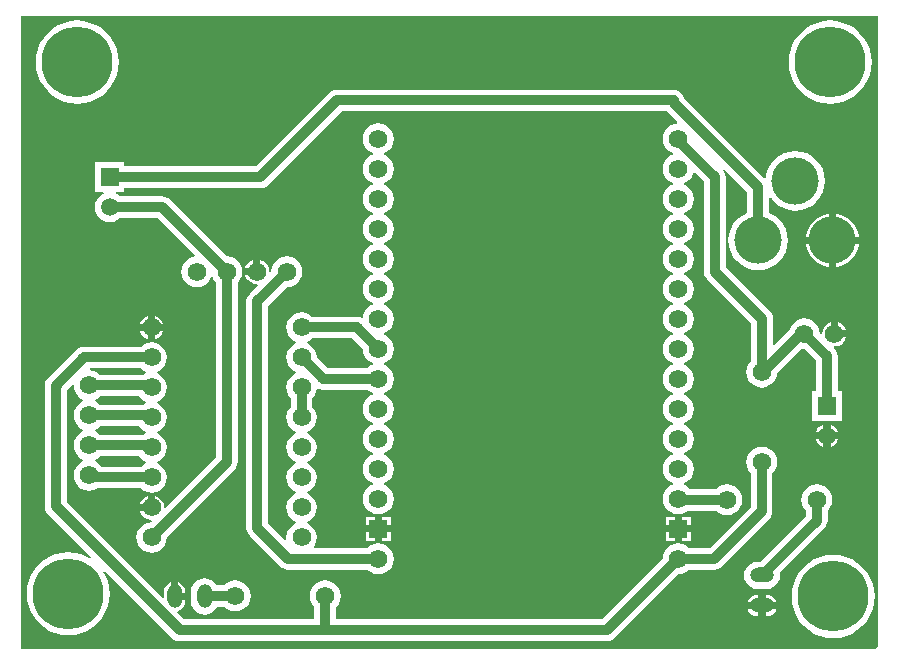
<source format=gbl>
G04 Layer_Physical_Order=2*
G04 Layer_Color=16711680*
%FSLAX24Y24*%
%MOIN*%
G70*
G01*
G75*
%ADD10C,0.0620*%
%ADD11C,0.0620*%
%ADD12O,0.0500X0.0800*%
%ADD13O,0.0800X0.0500*%
%ADD14R,0.0591X0.0591*%
%ADD15C,0.0591*%
%ADD16R,0.0620X0.0620*%
%ADD17C,0.1575*%
%ADD18C,0.2362*%
%ADD19C,0.0320*%
G36*
X14450Y12346D02*
X14372Y12267D01*
X-14093D01*
Y33369D01*
X14450D01*
Y12346D01*
D02*
G37*
%LPC*%
G36*
X-2315Y16689D02*
X-2605D01*
Y16399D01*
X-2315D01*
Y16689D01*
D02*
G37*
G36*
X-1785D02*
X-2075D01*
Y16399D01*
X-1785D01*
Y16689D01*
D02*
G37*
G36*
X7685Y16159D02*
X7395D01*
Y15869D01*
X7685D01*
Y16159D01*
D02*
G37*
G36*
X8215D02*
X7925D01*
Y15869D01*
X8215D01*
Y16159D01*
D02*
G37*
G36*
X7685Y16689D02*
X7395D01*
Y16399D01*
X7685D01*
Y16689D01*
D02*
G37*
G36*
X-9754Y22506D02*
X-9888Y22488D01*
X-10012Y22437D01*
X-10118Y22355D01*
X-10119Y22354D01*
X-12006D01*
X-12100Y22342D01*
X-12188Y22306D01*
X-12263Y22248D01*
X-13208Y21303D01*
X-13266Y21228D01*
X-13302Y21140D01*
X-13314Y21046D01*
Y17031D01*
X-13302Y16937D01*
X-13266Y16849D01*
X-13208Y16774D01*
X-11765Y15331D01*
X-11796Y15291D01*
X-11901Y15355D01*
X-12102Y15439D01*
X-12313Y15489D01*
X-12530Y15506D01*
X-12747Y15489D01*
X-12958Y15439D01*
X-13159Y15355D01*
X-13344Y15242D01*
X-13510Y15101D01*
X-13651Y14935D01*
X-13764Y14750D01*
X-13848Y14549D01*
X-13898Y14338D01*
X-13915Y14121D01*
X-13898Y13904D01*
X-13848Y13693D01*
X-13764Y13492D01*
X-13651Y13307D01*
X-13510Y13141D01*
X-13344Y13000D01*
X-13159Y12887D01*
X-12958Y12804D01*
X-12747Y12753D01*
X-12530Y12736D01*
X-12313Y12753D01*
X-12102Y12804D01*
X-11901Y12887D01*
X-11716Y13000D01*
X-11550Y13141D01*
X-11409Y13307D01*
X-11296Y13492D01*
X-11213Y13693D01*
X-11162Y13904D01*
X-11145Y14121D01*
X-11162Y14338D01*
X-11213Y14549D01*
X-11296Y14750D01*
X-11360Y14855D01*
X-11320Y14886D01*
X-9074Y12640D01*
X-8999Y12582D01*
X-8911Y12546D01*
X-8817Y12534D01*
X5423D01*
X5517Y12546D01*
X5604Y12582D01*
X5679Y12640D01*
X7804Y14764D01*
X7805Y14764D01*
X7938Y14782D01*
X8062Y14833D01*
X8168Y14915D01*
X8169Y14915D01*
X8997D01*
X9091Y14928D01*
X9179Y14964D01*
X9254Y15022D01*
X10837Y16604D01*
X10894Y16679D01*
X10931Y16767D01*
X10943Y16861D01*
X10943Y16861D01*
Y18139D01*
X10944Y18139D01*
X11025Y18246D01*
X11077Y18370D01*
X11094Y18503D01*
X11077Y18636D01*
X11025Y18760D01*
X10944Y18867D01*
X10837Y18948D01*
X10713Y19000D01*
X10580Y19017D01*
X10447Y19000D01*
X10323Y18948D01*
X10216Y18867D01*
X10134Y18760D01*
X10083Y18636D01*
X10065Y18503D01*
X10083Y18370D01*
X10134Y18246D01*
X10216Y18139D01*
X10217Y18139D01*
Y17011D01*
X8847Y15642D01*
X8169D01*
X8168Y15642D01*
X8062Y15724D01*
X7938Y15775D01*
X7805Y15793D01*
X7671Y15775D01*
X7547Y15724D01*
X7441Y15642D01*
X7359Y15536D01*
X7308Y15412D01*
X7290Y15279D01*
X7290Y15278D01*
X5272Y13260D01*
X-3604D01*
Y13678D01*
X-3603Y13679D01*
X-3522Y13785D01*
X-3470Y13910D01*
X-3453Y14043D01*
X-3470Y14176D01*
X-3522Y14300D01*
X-3603Y14406D01*
X-3710Y14488D01*
X-3834Y14540D01*
X-3967Y14557D01*
X-4100Y14540D01*
X-4224Y14488D01*
X-4331Y14406D01*
X-4413Y14300D01*
X-4464Y14176D01*
X-4481Y14043D01*
X-4464Y13910D01*
X-4413Y13785D01*
X-4331Y13679D01*
X-4330Y13678D01*
Y13260D01*
X-8667D01*
X-8893Y13485D01*
X-8876Y13540D01*
X-8810Y13567D01*
X-8737Y13623D01*
X-8681Y13696D01*
X-8646Y13781D01*
X-8634Y13873D01*
Y13903D01*
X-8987D01*
Y14023D01*
X-9107D01*
Y14502D01*
X-9163Y14478D01*
X-9236Y14422D01*
X-9293Y14349D01*
X-9328Y14264D01*
X-9340Y14173D01*
Y13998D01*
X-9386Y13979D01*
X-12588Y17181D01*
Y20896D01*
X-12400Y21084D01*
X-12355Y21062D01*
X-12356Y21058D01*
X-12338Y20925D01*
X-12287Y20801D01*
X-12205Y20694D01*
X-12098Y20613D01*
X-12032Y20585D01*
Y20531D01*
X-12098Y20504D01*
X-12205Y20422D01*
X-12287Y20315D01*
X-12338Y20191D01*
X-12356Y20058D01*
X-12338Y19925D01*
X-12287Y19801D01*
X-12205Y19694D01*
X-12098Y19613D01*
X-12032Y19585D01*
Y19531D01*
X-12098Y19504D01*
X-12205Y19422D01*
X-12287Y19315D01*
X-12338Y19191D01*
X-12356Y19058D01*
X-12338Y18925D01*
X-12287Y18801D01*
X-12205Y18694D01*
X-12098Y18613D01*
X-12032Y18585D01*
Y18531D01*
X-12098Y18504D01*
X-12205Y18422D01*
X-12287Y18315D01*
X-12338Y18191D01*
X-12356Y18058D01*
X-12338Y17925D01*
X-12287Y17801D01*
X-12205Y17694D01*
X-12098Y17613D01*
X-11974Y17561D01*
X-11841Y17544D01*
X-11708Y17561D01*
X-11584Y17613D01*
X-11564Y17628D01*
X-10119D01*
X-10118Y17627D01*
X-10012Y17546D01*
X-9888Y17494D01*
X-9754Y17477D01*
X-9621Y17494D01*
X-9497Y17546D01*
X-9391Y17627D01*
X-9309Y17734D01*
X-9258Y17858D01*
X-9240Y17991D01*
X-9258Y18124D01*
X-9309Y18248D01*
X-9391Y18355D01*
X-9497Y18437D01*
X-9563Y18464D01*
Y18518D01*
X-9497Y18546D01*
X-9391Y18627D01*
X-9309Y18734D01*
X-9258Y18858D01*
X-9240Y18991D01*
X-9258Y19124D01*
X-9309Y19248D01*
X-9391Y19355D01*
X-9497Y19437D01*
X-9563Y19464D01*
Y19518D01*
X-9497Y19546D01*
X-9391Y19627D01*
X-9309Y19734D01*
X-9258Y19858D01*
X-9240Y19991D01*
X-9258Y20124D01*
X-9309Y20248D01*
X-9391Y20355D01*
X-9497Y20437D01*
X-9563Y20464D01*
Y20518D01*
X-9497Y20546D01*
X-9391Y20627D01*
X-9309Y20734D01*
X-9258Y20858D01*
X-9240Y20991D01*
X-9258Y21124D01*
X-9309Y21248D01*
X-9391Y21355D01*
X-9497Y21437D01*
X-9563Y21464D01*
Y21518D01*
X-9497Y21546D01*
X-9391Y21627D01*
X-9309Y21734D01*
X-9258Y21858D01*
X-9240Y21991D01*
X-9258Y22124D01*
X-9309Y22248D01*
X-9391Y22355D01*
X-9497Y22437D01*
X-9621Y22488D01*
X-9754Y22506D01*
D02*
G37*
G36*
X12637Y19257D02*
X12379D01*
X12412Y19178D01*
X12475Y19095D01*
X12558Y19032D01*
X12637Y18999D01*
Y19257D01*
D02*
G37*
G36*
X8215Y16689D02*
X7925D01*
Y16399D01*
X8215D01*
Y16689D01*
D02*
G37*
G36*
X-9874Y17385D02*
X-9961Y17349D01*
X-10047Y17284D01*
X-10113Y17198D01*
X-10149Y17111D01*
X-9874D01*
Y17385D01*
D02*
G37*
G36*
X-1785Y16159D02*
X-2075D01*
Y15869D01*
X-1785D01*
Y16159D01*
D02*
G37*
G36*
X11071Y13603D02*
X10712D01*
Y13370D01*
X10742D01*
X10833Y13382D01*
X10918Y13418D01*
X10992Y13474D01*
X11048Y13547D01*
X11071Y13603D01*
D02*
G37*
G36*
X-7987Y14627D02*
X-8104Y14611D01*
X-8214Y14566D01*
X-8308Y14494D01*
X-8380Y14400D01*
X-8425Y14290D01*
X-8441Y14173D01*
Y13873D01*
X-8425Y13755D01*
X-8380Y13646D01*
X-8308Y13552D01*
X-8214Y13480D01*
X-8104Y13434D01*
X-7987Y13419D01*
X-7869Y13434D01*
X-7760Y13480D01*
X-7666Y13552D01*
X-7594Y13646D01*
X-7580Y13680D01*
X-7331D01*
X-7331Y13679D01*
X-7224Y13597D01*
X-7100Y13546D01*
X-6967Y13528D01*
X-6834Y13546D01*
X-6710Y13597D01*
X-6603Y13679D01*
X-6522Y13785D01*
X-6470Y13910D01*
X-6453Y14043D01*
X-6470Y14176D01*
X-6522Y14300D01*
X-6603Y14406D01*
X-6710Y14488D01*
X-6834Y14540D01*
X-6967Y14557D01*
X-7100Y14540D01*
X-7224Y14488D01*
X-7331Y14406D01*
X-7331Y14406D01*
X-7598D01*
X-7666Y14494D01*
X-7760Y14566D01*
X-7869Y14611D01*
X-7987Y14627D01*
D02*
G37*
G36*
X12962Y15408D02*
X12745Y15391D01*
X12534Y15340D01*
X12333Y15257D01*
X12148Y15143D01*
X11982Y15002D01*
X11841Y14837D01*
X11728Y14652D01*
X11644Y14451D01*
X11594Y14239D01*
X11577Y14023D01*
X11594Y13806D01*
X11644Y13595D01*
X11728Y13394D01*
X11841Y13208D01*
X11982Y13043D01*
X12148Y12902D01*
X12333Y12788D01*
X12534Y12705D01*
X12745Y12654D01*
X12962Y12637D01*
X13179Y12654D01*
X13390Y12705D01*
X13591Y12788D01*
X13776Y12902D01*
X13942Y13043D01*
X14083Y13208D01*
X14196Y13394D01*
X14280Y13595D01*
X14330Y13806D01*
X14347Y14023D01*
X14330Y14239D01*
X14280Y14451D01*
X14196Y14652D01*
X14083Y14837D01*
X13942Y15002D01*
X13776Y15143D01*
X13591Y15257D01*
X13390Y15340D01*
X13179Y15391D01*
X12962Y15408D01*
D02*
G37*
G36*
X10472Y13603D02*
X10113D01*
X10136Y13547D01*
X10192Y13474D01*
X10265Y13418D01*
X10351Y13382D01*
X10442Y13370D01*
X10472D01*
Y13603D01*
D02*
G37*
G36*
Y14076D02*
X10442D01*
X10351Y14064D01*
X10265Y14029D01*
X10192Y13973D01*
X10136Y13900D01*
X10113Y13843D01*
X10472D01*
Y14076D01*
D02*
G37*
G36*
X12419Y17765D02*
X12286Y17748D01*
X12162Y17696D01*
X12055Y17614D01*
X11973Y17508D01*
X11922Y17384D01*
X11904Y17251D01*
X11922Y17118D01*
X11973Y16994D01*
X12055Y16887D01*
X12056Y16886D01*
Y16701D01*
X10532Y15177D01*
X10442D01*
X10324Y15162D01*
X10215Y15117D01*
X10121Y15044D01*
X10049Y14950D01*
X10004Y14841D01*
X9988Y14723D01*
X10004Y14606D01*
X10049Y14497D01*
X10121Y14403D01*
X10215Y14330D01*
X10324Y14285D01*
X10442Y14270D01*
X10742D01*
X10859Y14285D01*
X10969Y14330D01*
X11063Y14403D01*
X11135Y14497D01*
X11180Y14606D01*
X11196Y14723D01*
X11185Y14803D01*
X12675Y16293D01*
X12733Y16369D01*
X12769Y16456D01*
X12782Y16550D01*
X12782Y16550D01*
Y16886D01*
X12782Y16887D01*
X12864Y16994D01*
X12916Y17118D01*
X12933Y17251D01*
X12916Y17384D01*
X12864Y17508D01*
X12782Y17614D01*
X12676Y17696D01*
X12552Y17748D01*
X12419Y17765D01*
D02*
G37*
G36*
X-2315Y16159D02*
X-2605D01*
Y15869D01*
X-2315D01*
Y16159D01*
D02*
G37*
G36*
X10742Y14076D02*
X10712D01*
Y13843D01*
X11071D01*
X11048Y13900D01*
X10992Y13973D01*
X10918Y14029D01*
X10833Y14064D01*
X10742Y14076D01*
D02*
G37*
G36*
X-8867Y14502D02*
Y14143D01*
X-8634D01*
Y14173D01*
X-8646Y14264D01*
X-8681Y14349D01*
X-8737Y14422D01*
X-8810Y14478D01*
X-8867Y14502D01*
D02*
G37*
G36*
X13135Y19257D02*
X12877D01*
Y18999D01*
X12957Y19032D01*
X13039Y19095D01*
X13103Y19178D01*
X13135Y19257D01*
D02*
G37*
G36*
X12822Y25773D02*
X12062D01*
X12068Y25719D01*
X12119Y25552D01*
X12201Y25397D01*
X12312Y25262D01*
X12447Y25151D01*
X12601Y25069D01*
X12768Y25018D01*
X12822Y25013D01*
Y25773D01*
D02*
G37*
G36*
X13822D02*
X13062D01*
Y25013D01*
X13116Y25018D01*
X13284Y25069D01*
X13438Y25151D01*
X13573Y25262D01*
X13684Y25397D01*
X13766Y25552D01*
X13817Y25719D01*
X13822Y25773D01*
D02*
G37*
G36*
X-6367Y25244D02*
X-6453Y25208D01*
X-6539Y25142D01*
X-6605Y25056D01*
X-6641Y24969D01*
X-6367D01*
Y25244D01*
D02*
G37*
G36*
X-9634Y23385D02*
Y23111D01*
X-9360D01*
X-9396Y23198D01*
X-9462Y23284D01*
X-9548Y23349D01*
X-9634Y23385D01*
D02*
G37*
G36*
X-2195Y29793D02*
X-2329Y29775D01*
X-2453Y29724D01*
X-2559Y29642D01*
X-2641Y29536D01*
X-2692Y29412D01*
X-2710Y29279D01*
X-2692Y29145D01*
X-2641Y29021D01*
X-2559Y28915D01*
X-2453Y28833D01*
X-2386Y28806D01*
Y28752D01*
X-2453Y28724D01*
X-2559Y28642D01*
X-2641Y28536D01*
X-2692Y28412D01*
X-2710Y28279D01*
X-2692Y28145D01*
X-2641Y28021D01*
X-2559Y27915D01*
X-2453Y27833D01*
X-2386Y27806D01*
Y27752D01*
X-2453Y27724D01*
X-2559Y27642D01*
X-2641Y27536D01*
X-2692Y27412D01*
X-2710Y27279D01*
X-2692Y27145D01*
X-2641Y27021D01*
X-2559Y26915D01*
X-2453Y26833D01*
X-2386Y26806D01*
Y26752D01*
X-2453Y26724D01*
X-2559Y26642D01*
X-2641Y26536D01*
X-2692Y26412D01*
X-2710Y26279D01*
X-2692Y26145D01*
X-2641Y26021D01*
X-2559Y25915D01*
X-2453Y25833D01*
X-2386Y25806D01*
Y25752D01*
X-2453Y25724D01*
X-2559Y25642D01*
X-2641Y25536D01*
X-2692Y25412D01*
X-2710Y25279D01*
X-2692Y25145D01*
X-2641Y25021D01*
X-2559Y24915D01*
X-2453Y24833D01*
X-2386Y24806D01*
Y24752D01*
X-2453Y24724D01*
X-2559Y24642D01*
X-2641Y24536D01*
X-2692Y24412D01*
X-2710Y24279D01*
X-2692Y24145D01*
X-2641Y24021D01*
X-2559Y23915D01*
X-2453Y23833D01*
X-2386Y23806D01*
Y23752D01*
X-2453Y23724D01*
X-2559Y23642D01*
X-2641Y23536D01*
X-2692Y23412D01*
X-2701Y23346D01*
X-2755Y23318D01*
X-2814Y23342D01*
X-2908Y23354D01*
X-4390D01*
X-4391Y23355D01*
X-4497Y23437D01*
X-4621Y23488D01*
X-4754Y23506D01*
X-4888Y23488D01*
X-5012Y23437D01*
X-5118Y23355D01*
X-5200Y23248D01*
X-5251Y23124D01*
X-5269Y22991D01*
X-5251Y22858D01*
X-5200Y22734D01*
X-5118Y22627D01*
X-5012Y22546D01*
X-4946Y22518D01*
Y22464D01*
X-5012Y22437D01*
X-5118Y22355D01*
X-5200Y22248D01*
X-5251Y22124D01*
X-5269Y21991D01*
X-5251Y21858D01*
X-5200Y21734D01*
X-5118Y21627D01*
X-5012Y21546D01*
X-4946Y21518D01*
Y21464D01*
X-5012Y21437D01*
X-5118Y21355D01*
X-5200Y21248D01*
X-5251Y21124D01*
X-5269Y20991D01*
X-5251Y20858D01*
X-5200Y20734D01*
X-5118Y20627D01*
X-5118Y20627D01*
Y20355D01*
X-5118Y20355D01*
X-5200Y20248D01*
X-5251Y20124D01*
X-5269Y19991D01*
X-5251Y19858D01*
X-5200Y19734D01*
X-5118Y19627D01*
X-5012Y19546D01*
X-4946Y19518D01*
Y19464D01*
X-5012Y19437D01*
X-5118Y19355D01*
X-5200Y19248D01*
X-5251Y19124D01*
X-5269Y18991D01*
X-5251Y18858D01*
X-5200Y18734D01*
X-5118Y18627D01*
X-5012Y18546D01*
X-4946Y18518D01*
Y18464D01*
X-5012Y18437D01*
X-5118Y18355D01*
X-5200Y18248D01*
X-5251Y18124D01*
X-5269Y17991D01*
X-5251Y17858D01*
X-5200Y17734D01*
X-5118Y17627D01*
X-5012Y17546D01*
X-4946Y17518D01*
Y17464D01*
X-5012Y17437D01*
X-5118Y17355D01*
X-5200Y17248D01*
X-5251Y17124D01*
X-5269Y16991D01*
X-5251Y16858D01*
X-5200Y16734D01*
X-5118Y16627D01*
X-5012Y16546D01*
X-4946Y16518D01*
Y16464D01*
X-5012Y16437D01*
X-5118Y16355D01*
X-5200Y16248D01*
X-5251Y16124D01*
X-5269Y15991D01*
X-5259Y15919D01*
X-5307Y15896D01*
X-5868Y16457D01*
Y23715D01*
X-5247Y24335D01*
X-5247Y24335D01*
X-5113Y24353D01*
X-4989Y24404D01*
X-4883Y24486D01*
X-4801Y24592D01*
X-4750Y24716D01*
X-4732Y24849D01*
X-4750Y24983D01*
X-4801Y25107D01*
X-4883Y25213D01*
X-4989Y25295D01*
X-5113Y25346D01*
X-5247Y25364D01*
X-5380Y25346D01*
X-5504Y25295D01*
X-5610Y25213D01*
X-5692Y25107D01*
X-5744Y24983D01*
X-5760Y24857D01*
X-5784Y24841D01*
X-5799Y24843D01*
X-5835Y24863D01*
X-5847Y24956D01*
X-5888Y25056D01*
X-5954Y25142D01*
X-6040Y25208D01*
X-6127Y25244D01*
Y24849D01*
X-6247D01*
Y24729D01*
X-6641D01*
X-6605Y24643D01*
X-6539Y24557D01*
X-6453Y24491D01*
X-6354Y24450D01*
X-6247Y24436D01*
X-6240Y24437D01*
X-6218Y24392D01*
X-6488Y24122D01*
X-6545Y24047D01*
X-6582Y23959D01*
X-6594Y23865D01*
Y16306D01*
X-6582Y16212D01*
X-6545Y16125D01*
X-6488Y16050D01*
X-5460Y15022D01*
X-5385Y14964D01*
X-5297Y14928D01*
X-5203Y14915D01*
X-5203Y14915D01*
X-2560D01*
X-2559Y14915D01*
X-2453Y14833D01*
X-2329Y14782D01*
X-2195Y14764D01*
X-2062Y14782D01*
X-1938Y14833D01*
X-1832Y14915D01*
X-1750Y15021D01*
X-1699Y15145D01*
X-1681Y15279D01*
X-1699Y15412D01*
X-1750Y15536D01*
X-1832Y15642D01*
X-1938Y15724D01*
X-2062Y15775D01*
X-2195Y15793D01*
X-2329Y15775D01*
X-2453Y15724D01*
X-2559Y15642D01*
X-2560Y15642D01*
X-4323D01*
X-4345Y15687D01*
X-4309Y15734D01*
X-4258Y15858D01*
X-4240Y15991D01*
X-4258Y16124D01*
X-4309Y16248D01*
X-4391Y16355D01*
X-4497Y16437D01*
X-4563Y16464D01*
Y16518D01*
X-4497Y16546D01*
X-4391Y16627D01*
X-4309Y16734D01*
X-4258Y16858D01*
X-4240Y16991D01*
X-4258Y17124D01*
X-4309Y17248D01*
X-4391Y17355D01*
X-4497Y17437D01*
X-4563Y17464D01*
Y17518D01*
X-4497Y17546D01*
X-4391Y17627D01*
X-4309Y17734D01*
X-4258Y17858D01*
X-4240Y17991D01*
X-4258Y18124D01*
X-4309Y18248D01*
X-4391Y18355D01*
X-4497Y18437D01*
X-4563Y18464D01*
Y18518D01*
X-4497Y18546D01*
X-4391Y18627D01*
X-4309Y18734D01*
X-4258Y18858D01*
X-4240Y18991D01*
X-4258Y19124D01*
X-4309Y19248D01*
X-4391Y19355D01*
X-4497Y19437D01*
X-4563Y19464D01*
Y19518D01*
X-4497Y19546D01*
X-4391Y19627D01*
X-4309Y19734D01*
X-4258Y19858D01*
X-4240Y19991D01*
X-4258Y20124D01*
X-4309Y20248D01*
X-4391Y20355D01*
X-4391Y20355D01*
Y20627D01*
X-4391Y20627D01*
X-4309Y20734D01*
X-4258Y20858D01*
X-4249Y20924D01*
X-4199Y20953D01*
X-4195Y20952D01*
X-4136Y20928D01*
X-4042Y20915D01*
X-4042Y20915D01*
X-2560D01*
X-2559Y20915D01*
X-2453Y20833D01*
X-2386Y20806D01*
Y20752D01*
X-2453Y20724D01*
X-2559Y20642D01*
X-2641Y20536D01*
X-2692Y20412D01*
X-2710Y20279D01*
X-2692Y20145D01*
X-2641Y20021D01*
X-2559Y19915D01*
X-2453Y19833D01*
X-2386Y19806D01*
Y19752D01*
X-2453Y19724D01*
X-2559Y19642D01*
X-2641Y19536D01*
X-2692Y19412D01*
X-2710Y19279D01*
X-2692Y19145D01*
X-2641Y19021D01*
X-2559Y18915D01*
X-2453Y18833D01*
X-2386Y18806D01*
Y18752D01*
X-2453Y18724D01*
X-2559Y18642D01*
X-2641Y18536D01*
X-2692Y18412D01*
X-2710Y18279D01*
X-2692Y18145D01*
X-2641Y18021D01*
X-2559Y17915D01*
X-2453Y17833D01*
X-2386Y17806D01*
Y17752D01*
X-2453Y17724D01*
X-2559Y17642D01*
X-2641Y17536D01*
X-2692Y17412D01*
X-2710Y17279D01*
X-2692Y17145D01*
X-2641Y17021D01*
X-2559Y16915D01*
X-2453Y16833D01*
X-2329Y16782D01*
X-2195Y16764D01*
X-2062Y16782D01*
X-1938Y16833D01*
X-1832Y16915D01*
X-1750Y17021D01*
X-1699Y17145D01*
X-1681Y17279D01*
X-1699Y17412D01*
X-1750Y17536D01*
X-1832Y17642D01*
X-1938Y17724D01*
X-2004Y17752D01*
Y17806D01*
X-1938Y17833D01*
X-1832Y17915D01*
X-1750Y18021D01*
X-1699Y18145D01*
X-1681Y18279D01*
X-1699Y18412D01*
X-1750Y18536D01*
X-1832Y18642D01*
X-1938Y18724D01*
X-2004Y18752D01*
Y18806D01*
X-1938Y18833D01*
X-1832Y18915D01*
X-1750Y19021D01*
X-1699Y19145D01*
X-1681Y19279D01*
X-1699Y19412D01*
X-1750Y19536D01*
X-1832Y19642D01*
X-1938Y19724D01*
X-2004Y19752D01*
Y19806D01*
X-1938Y19833D01*
X-1832Y19915D01*
X-1750Y20021D01*
X-1699Y20145D01*
X-1681Y20279D01*
X-1699Y20412D01*
X-1750Y20536D01*
X-1832Y20642D01*
X-1938Y20724D01*
X-2004Y20752D01*
Y20806D01*
X-1938Y20833D01*
X-1832Y20915D01*
X-1750Y21021D01*
X-1699Y21145D01*
X-1681Y21279D01*
X-1699Y21412D01*
X-1750Y21536D01*
X-1832Y21642D01*
X-1938Y21724D01*
X-2004Y21752D01*
Y21806D01*
X-1938Y21833D01*
X-1832Y21915D01*
X-1750Y22021D01*
X-1699Y22145D01*
X-1681Y22279D01*
X-1699Y22412D01*
X-1750Y22536D01*
X-1832Y22642D01*
X-1938Y22724D01*
X-2004Y22752D01*
Y22806D01*
X-1938Y22833D01*
X-1832Y22915D01*
X-1750Y23021D01*
X-1699Y23145D01*
X-1681Y23279D01*
X-1699Y23412D01*
X-1750Y23536D01*
X-1832Y23642D01*
X-1938Y23724D01*
X-2004Y23752D01*
Y23806D01*
X-1938Y23833D01*
X-1832Y23915D01*
X-1750Y24021D01*
X-1699Y24145D01*
X-1681Y24279D01*
X-1699Y24412D01*
X-1750Y24536D01*
X-1832Y24642D01*
X-1938Y24724D01*
X-2004Y24752D01*
Y24806D01*
X-1938Y24833D01*
X-1832Y24915D01*
X-1750Y25021D01*
X-1699Y25145D01*
X-1681Y25279D01*
X-1699Y25412D01*
X-1750Y25536D01*
X-1832Y25642D01*
X-1938Y25724D01*
X-2004Y25752D01*
Y25806D01*
X-1938Y25833D01*
X-1832Y25915D01*
X-1750Y26021D01*
X-1699Y26145D01*
X-1681Y26279D01*
X-1699Y26412D01*
X-1750Y26536D01*
X-1832Y26642D01*
X-1938Y26724D01*
X-2004Y26752D01*
Y26806D01*
X-1938Y26833D01*
X-1832Y26915D01*
X-1750Y27021D01*
X-1699Y27145D01*
X-1681Y27279D01*
X-1699Y27412D01*
X-1750Y27536D01*
X-1832Y27642D01*
X-1938Y27724D01*
X-2004Y27752D01*
Y27806D01*
X-1938Y27833D01*
X-1832Y27915D01*
X-1750Y28021D01*
X-1699Y28145D01*
X-1681Y28279D01*
X-1699Y28412D01*
X-1750Y28536D01*
X-1832Y28642D01*
X-1938Y28724D01*
X-2004Y28752D01*
Y28806D01*
X-1938Y28833D01*
X-1832Y28915D01*
X-1750Y29021D01*
X-1699Y29145D01*
X-1681Y29279D01*
X-1699Y29412D01*
X-1750Y29536D01*
X-1832Y29642D01*
X-1938Y29724D01*
X-2062Y29775D01*
X-2195Y29793D01*
D02*
G37*
G36*
X-12235Y33223D02*
X-12452Y33206D01*
X-12663Y33155D01*
X-12864Y33072D01*
X-13049Y32958D01*
X-13214Y32817D01*
X-13356Y32652D01*
X-13469Y32467D01*
X-13552Y32266D01*
X-13603Y32054D01*
X-13620Y31838D01*
X-13603Y31621D01*
X-13552Y31410D01*
X-13469Y31209D01*
X-13356Y31023D01*
X-13214Y30858D01*
X-13049Y30717D01*
X-12864Y30603D01*
X-12663Y30520D01*
X-12452Y30469D01*
X-12235Y30452D01*
X-12018Y30469D01*
X-11807Y30520D01*
X-11606Y30603D01*
X-11421Y30717D01*
X-11255Y30858D01*
X-11114Y31023D01*
X-11000Y31209D01*
X-10917Y31410D01*
X-10866Y31621D01*
X-10849Y31838D01*
X-10866Y32054D01*
X-10917Y32266D01*
X-11000Y32467D01*
X-11114Y32652D01*
X-11255Y32817D01*
X-11421Y32958D01*
X-11606Y33072D01*
X-11807Y33155D01*
X-12018Y33206D01*
X-12235Y33223D01*
D02*
G37*
G36*
X12864Y33223D02*
X12647Y33206D01*
X12436Y33155D01*
X12235Y33072D01*
X12049Y32958D01*
X11884Y32817D01*
X11743Y32652D01*
X11629Y32467D01*
X11546Y32266D01*
X11495Y32054D01*
X11478Y31838D01*
X11495Y31621D01*
X11546Y31410D01*
X11629Y31209D01*
X11743Y31023D01*
X11884Y30858D01*
X12049Y30717D01*
X12235Y30603D01*
X12436Y30520D01*
X12647Y30469D01*
X12864Y30452D01*
X13080Y30469D01*
X13292Y30520D01*
X13493Y30603D01*
X13678Y30717D01*
X13843Y30858D01*
X13984Y31023D01*
X14098Y31209D01*
X14181Y31410D01*
X14232Y31621D01*
X14249Y31838D01*
X14232Y32054D01*
X14181Y32266D01*
X14098Y32467D01*
X13984Y32652D01*
X13843Y32817D01*
X13678Y32958D01*
X13493Y33072D01*
X13292Y33155D01*
X13080Y33206D01*
X12864Y33223D01*
D02*
G37*
G36*
X-3573Y30921D02*
X-3667Y30909D01*
X-3755Y30873D01*
X-3830Y30815D01*
X-6283Y28362D01*
X-10657D01*
Y28494D01*
X-11647D01*
Y27504D01*
X-11358D01*
X-11349Y27454D01*
X-11402Y27432D01*
X-11505Y27352D01*
X-11585Y27249D01*
X-11635Y27128D01*
X-11652Y26999D01*
X-11635Y26870D01*
X-11585Y26749D01*
X-11505Y26646D01*
X-11402Y26566D01*
X-11281Y26517D01*
X-11152Y26500D01*
X-11023Y26517D01*
X-10902Y26566D01*
X-10812Y26636D01*
X-9547D01*
X-8311Y25401D01*
X-8327Y25353D01*
X-8380Y25346D01*
X-8504Y25295D01*
X-8610Y25213D01*
X-8692Y25107D01*
X-8744Y24983D01*
X-8761Y24849D01*
X-8744Y24716D01*
X-8692Y24592D01*
X-8610Y24486D01*
X-8504Y24404D01*
X-8380Y24353D01*
X-8247Y24335D01*
X-8113Y24353D01*
X-7989Y24404D01*
X-7883Y24486D01*
X-7801Y24592D01*
X-7774Y24658D01*
X-7720D01*
X-7692Y24592D01*
X-7610Y24486D01*
X-7610Y24485D01*
Y18649D01*
X-9297Y16962D01*
X-9342Y16984D01*
X-9341Y16991D01*
X-9355Y17098D01*
X-9396Y17198D01*
X-9462Y17284D01*
X-9548Y17349D01*
X-9634Y17385D01*
Y16991D01*
X-9754D01*
Y16871D01*
X-10149D01*
X-10113Y16784D01*
X-10047Y16699D01*
X-9961Y16633D01*
X-9862Y16592D01*
X-9768Y16579D01*
X-9749Y16544D01*
X-9746Y16528D01*
X-9762Y16505D01*
X-9888Y16488D01*
X-10012Y16437D01*
X-10118Y16355D01*
X-10200Y16248D01*
X-10251Y16124D01*
X-10269Y15991D01*
X-10251Y15858D01*
X-10200Y15734D01*
X-10118Y15627D01*
X-10012Y15546D01*
X-9888Y15494D01*
X-9754Y15477D01*
X-9621Y15494D01*
X-9497Y15546D01*
X-9391Y15627D01*
X-9309Y15734D01*
X-9258Y15858D01*
X-9240Y15991D01*
X-9240Y15992D01*
X-6990Y18242D01*
X-6990Y18242D01*
X-6932Y18318D01*
X-6896Y18405D01*
X-6884Y18499D01*
Y24485D01*
X-6883Y24486D01*
X-6801Y24592D01*
X-6750Y24716D01*
X-6732Y24849D01*
X-6750Y24983D01*
X-6801Y25107D01*
X-6883Y25213D01*
X-6989Y25295D01*
X-7113Y25346D01*
X-7247Y25364D01*
X-7247Y25364D01*
X-9139Y27256D01*
X-9215Y27314D01*
X-9302Y27350D01*
X-9396Y27362D01*
X-10812D01*
X-10902Y27432D01*
X-10956Y27454D01*
X-10946Y27504D01*
X-10657D01*
Y27636D01*
X-6132D01*
X-6038Y27648D01*
X-5951Y27685D01*
X-5876Y27742D01*
X-3423Y30195D01*
X7418D01*
X7774Y29839D01*
X7756Y29787D01*
X7671Y29775D01*
X7547Y29724D01*
X7441Y29642D01*
X7359Y29536D01*
X7308Y29412D01*
X7290Y29279D01*
X7308Y29145D01*
X7359Y29021D01*
X7441Y28915D01*
X7547Y28833D01*
X7614Y28806D01*
Y28752D01*
X7547Y28724D01*
X7441Y28642D01*
X7359Y28536D01*
X7308Y28412D01*
X7290Y28279D01*
X7308Y28145D01*
X7359Y28021D01*
X7441Y27915D01*
X7547Y27833D01*
X7614Y27806D01*
Y27752D01*
X7547Y27724D01*
X7441Y27642D01*
X7359Y27536D01*
X7308Y27412D01*
X7290Y27279D01*
X7308Y27145D01*
X7359Y27021D01*
X7441Y26915D01*
X7547Y26833D01*
X7614Y26806D01*
Y26752D01*
X7547Y26724D01*
X7441Y26642D01*
X7359Y26536D01*
X7308Y26412D01*
X7290Y26279D01*
X7308Y26145D01*
X7359Y26021D01*
X7441Y25915D01*
X7547Y25833D01*
X7614Y25806D01*
Y25752D01*
X7547Y25724D01*
X7441Y25642D01*
X7359Y25536D01*
X7308Y25412D01*
X7290Y25279D01*
X7308Y25145D01*
X7359Y25021D01*
X7441Y24915D01*
X7547Y24833D01*
X7614Y24806D01*
Y24752D01*
X7547Y24724D01*
X7441Y24642D01*
X7359Y24536D01*
X7308Y24412D01*
X7290Y24279D01*
X7308Y24145D01*
X7359Y24021D01*
X7441Y23915D01*
X7547Y23833D01*
X7614Y23806D01*
Y23752D01*
X7547Y23724D01*
X7441Y23642D01*
X7359Y23536D01*
X7308Y23412D01*
X7290Y23279D01*
X7308Y23145D01*
X7359Y23021D01*
X7441Y22915D01*
X7547Y22833D01*
X7614Y22806D01*
Y22752D01*
X7547Y22724D01*
X7441Y22642D01*
X7359Y22536D01*
X7308Y22412D01*
X7290Y22279D01*
X7308Y22145D01*
X7359Y22021D01*
X7441Y21915D01*
X7547Y21833D01*
X7614Y21806D01*
Y21752D01*
X7547Y21724D01*
X7441Y21642D01*
X7359Y21536D01*
X7308Y21412D01*
X7290Y21279D01*
X7308Y21145D01*
X7359Y21021D01*
X7441Y20915D01*
X7547Y20833D01*
X7614Y20806D01*
Y20752D01*
X7547Y20724D01*
X7441Y20642D01*
X7359Y20536D01*
X7308Y20412D01*
X7290Y20279D01*
X7308Y20145D01*
X7359Y20021D01*
X7441Y19915D01*
X7547Y19833D01*
X7614Y19806D01*
Y19752D01*
X7547Y19724D01*
X7441Y19642D01*
X7359Y19536D01*
X7308Y19412D01*
X7290Y19279D01*
X7308Y19145D01*
X7359Y19021D01*
X7441Y18915D01*
X7547Y18833D01*
X7614Y18806D01*
Y18752D01*
X7547Y18724D01*
X7441Y18642D01*
X7359Y18536D01*
X7308Y18412D01*
X7290Y18279D01*
X7308Y18145D01*
X7359Y18021D01*
X7441Y17915D01*
X7547Y17833D01*
X7614Y17806D01*
Y17752D01*
X7547Y17724D01*
X7441Y17642D01*
X7359Y17536D01*
X7308Y17412D01*
X7290Y17279D01*
X7308Y17145D01*
X7359Y17021D01*
X7441Y16915D01*
X7547Y16833D01*
X7671Y16782D01*
X7805Y16764D01*
X7938Y16782D01*
X8062Y16833D01*
X8133Y16888D01*
X9055D01*
X9055Y16887D01*
X9162Y16805D01*
X9286Y16754D01*
X9419Y16736D01*
X9552Y16754D01*
X9676Y16805D01*
X9782Y16887D01*
X9864Y16994D01*
X9916Y17118D01*
X9933Y17251D01*
X9916Y17384D01*
X9864Y17508D01*
X9782Y17614D01*
X9676Y17696D01*
X9552Y17748D01*
X9419Y17765D01*
X9286Y17748D01*
X9162Y17696D01*
X9055Y17614D01*
X9055Y17614D01*
X8190D01*
X8168Y17642D01*
X8062Y17724D01*
X7996Y17752D01*
Y17806D01*
X8062Y17833D01*
X8168Y17915D01*
X8250Y18021D01*
X8301Y18145D01*
X8319Y18279D01*
X8301Y18412D01*
X8250Y18536D01*
X8168Y18642D01*
X8062Y18724D01*
X7996Y18752D01*
Y18806D01*
X8062Y18833D01*
X8168Y18915D01*
X8250Y19021D01*
X8301Y19145D01*
X8319Y19279D01*
X8301Y19412D01*
X8250Y19536D01*
X8168Y19642D01*
X8062Y19724D01*
X7996Y19752D01*
Y19806D01*
X8062Y19833D01*
X8168Y19915D01*
X8250Y20021D01*
X8301Y20145D01*
X8319Y20279D01*
X8301Y20412D01*
X8250Y20536D01*
X8168Y20642D01*
X8062Y20724D01*
X7996Y20752D01*
Y20806D01*
X8062Y20833D01*
X8168Y20915D01*
X8250Y21021D01*
X8301Y21145D01*
X8319Y21279D01*
X8301Y21412D01*
X8250Y21536D01*
X8168Y21642D01*
X8062Y21724D01*
X7996Y21752D01*
Y21806D01*
X8062Y21833D01*
X8168Y21915D01*
X8250Y22021D01*
X8301Y22145D01*
X8319Y22279D01*
X8301Y22412D01*
X8250Y22536D01*
X8168Y22642D01*
X8062Y22724D01*
X7996Y22752D01*
Y22806D01*
X8062Y22833D01*
X8168Y22915D01*
X8250Y23021D01*
X8301Y23145D01*
X8319Y23279D01*
X8301Y23412D01*
X8250Y23536D01*
X8168Y23642D01*
X8062Y23724D01*
X7996Y23752D01*
Y23806D01*
X8062Y23833D01*
X8168Y23915D01*
X8250Y24021D01*
X8301Y24145D01*
X8319Y24279D01*
X8301Y24412D01*
X8250Y24536D01*
X8168Y24642D01*
X8062Y24724D01*
X7996Y24752D01*
Y24806D01*
X8062Y24833D01*
X8168Y24915D01*
X8250Y25021D01*
X8301Y25145D01*
X8319Y25279D01*
X8301Y25412D01*
X8250Y25536D01*
X8168Y25642D01*
X8062Y25724D01*
X7996Y25752D01*
Y25806D01*
X8062Y25833D01*
X8168Y25915D01*
X8250Y26021D01*
X8301Y26145D01*
X8319Y26279D01*
X8301Y26412D01*
X8250Y26536D01*
X8168Y26642D01*
X8062Y26724D01*
X7996Y26752D01*
Y26806D01*
X8062Y26833D01*
X8168Y26915D01*
X8250Y27021D01*
X8301Y27145D01*
X8319Y27279D01*
X8301Y27412D01*
X8250Y27536D01*
X8168Y27642D01*
X8062Y27724D01*
X7996Y27752D01*
Y27806D01*
X8062Y27833D01*
X8168Y27915D01*
X8250Y28021D01*
X8299Y28140D01*
X8335Y28157D01*
X8349Y28162D01*
X8662Y27849D01*
Y24849D01*
X8674Y24755D01*
X8711Y24668D01*
X8768Y24593D01*
X10237Y23124D01*
Y21883D01*
X10216Y21867D01*
X10134Y21760D01*
X10083Y21636D01*
X10065Y21503D01*
X10083Y21370D01*
X10134Y21246D01*
X10216Y21139D01*
X10323Y21058D01*
X10447Y21006D01*
X10580Y20989D01*
X10713Y21006D01*
X10837Y21058D01*
X10944Y21139D01*
X11025Y21246D01*
X11077Y21370D01*
X11088Y21458D01*
X11908Y22278D01*
X12009Y22264D01*
X12010Y22264D01*
X12394Y21880D01*
Y20872D01*
X12262D01*
Y19882D01*
X13253D01*
Y20872D01*
X13120D01*
Y22031D01*
X13120Y22031D01*
X13108Y22125D01*
X13072Y22212D01*
X13014Y22287D01*
X13014Y22287D01*
X12980Y22321D01*
X13002Y22366D01*
X13009Y22365D01*
X13116Y22379D01*
X13216Y22420D01*
X13302Y22486D01*
X13367Y22572D01*
X13403Y22659D01*
X13009D01*
Y22779D01*
X12889D01*
Y23173D01*
X12803Y23137D01*
X12717Y23071D01*
X12651Y22985D01*
X12610Y22886D01*
X12598Y22792D01*
X12562Y22773D01*
X12546Y22770D01*
X12523Y22786D01*
X12506Y22912D01*
X12455Y23036D01*
X12373Y23142D01*
X12266Y23224D01*
X12142Y23275D01*
X12009Y23293D01*
X11876Y23275D01*
X11752Y23224D01*
X11646Y23142D01*
X11564Y23036D01*
X11512Y22912D01*
X11512Y22909D01*
X11009Y22406D01*
X10963Y22425D01*
Y23275D01*
X10963Y23275D01*
X10951Y23369D01*
X10914Y23456D01*
X10857Y23531D01*
X9388Y25000D01*
Y27999D01*
X9376Y28093D01*
X9340Y28181D01*
X9282Y28256D01*
X9282Y28256D01*
X8349Y29189D01*
X8349Y29193D01*
X8404Y29209D01*
X10099Y27514D01*
Y26814D01*
X10082Y26809D01*
X9911Y26718D01*
X9760Y26594D01*
X9637Y26444D01*
X9545Y26272D01*
X9489Y26086D01*
X9470Y25893D01*
X9489Y25699D01*
X9545Y25513D01*
X9637Y25342D01*
X9760Y25191D01*
X9911Y25068D01*
X10082Y24976D01*
X10268Y24920D01*
X10462Y24901D01*
X10656Y24920D01*
X10842Y24976D01*
X11013Y25068D01*
X11164Y25191D01*
X11287Y25342D01*
X11379Y25513D01*
X11435Y25699D01*
X11454Y25893D01*
X11435Y26086D01*
X11379Y26272D01*
X11287Y26444D01*
X11164Y26594D01*
X11013Y26718D01*
X10842Y26809D01*
X10825Y26814D01*
Y27320D01*
X10874Y27332D01*
X10877Y27326D01*
X11001Y27175D01*
X11151Y27052D01*
X11323Y26960D01*
X11509Y26904D01*
X11702Y26885D01*
X11896Y26904D01*
X12082Y26960D01*
X12253Y27052D01*
X12404Y27175D01*
X12527Y27326D01*
X12619Y27497D01*
X12675Y27683D01*
X12694Y27877D01*
X12675Y28071D01*
X12619Y28257D01*
X12527Y28428D01*
X12404Y28579D01*
X12253Y28702D01*
X12082Y28794D01*
X11896Y28850D01*
X11702Y28869D01*
X11509Y28850D01*
X11323Y28794D01*
X11151Y28702D01*
X11001Y28579D01*
X10877Y28428D01*
X10786Y28257D01*
X10729Y28071D01*
X10720Y27983D01*
X10673Y27967D01*
X7999Y30641D01*
X7998Y30652D01*
X7962Y30740D01*
X7904Y30815D01*
X7829Y30873D01*
X7741Y30909D01*
X7647Y30921D01*
X-3573D01*
X-3573Y30921D01*
D02*
G37*
G36*
X12822Y26773D02*
X12768Y26767D01*
X12601Y26717D01*
X12447Y26634D01*
X12312Y26523D01*
X12201Y26388D01*
X12119Y26234D01*
X12068Y26067D01*
X12062Y26013D01*
X12822D01*
Y26773D01*
D02*
G37*
G36*
X13062D02*
Y26013D01*
X13822D01*
X13817Y26067D01*
X13766Y26234D01*
X13684Y26388D01*
X13573Y26523D01*
X13438Y26634D01*
X13284Y26717D01*
X13116Y26767D01*
X13062Y26773D01*
D02*
G37*
G36*
X-9874Y23385D02*
X-9961Y23349D01*
X-10047Y23284D01*
X-10113Y23198D01*
X-10149Y23111D01*
X-9874D01*
Y23385D01*
D02*
G37*
G36*
X12877Y19755D02*
Y19497D01*
X13135D01*
X13103Y19576D01*
X13039Y19659D01*
X12957Y19722D01*
X12877Y19755D01*
D02*
G37*
G36*
X12637D02*
X12558Y19722D01*
X12475Y19659D01*
X12412Y19576D01*
X12379Y19497D01*
X12637D01*
Y19755D01*
D02*
G37*
G36*
X-9874Y22871D02*
X-10149D01*
X-10113Y22784D01*
X-10047Y22699D01*
X-9961Y22633D01*
X-9874Y22597D01*
Y22871D01*
D02*
G37*
G36*
X13129Y23173D02*
Y22899D01*
X13403D01*
X13367Y22985D01*
X13302Y23071D01*
X13216Y23137D01*
X13129Y23173D01*
D02*
G37*
G36*
X-9360Y22871D02*
X-9634D01*
Y22597D01*
X-9548Y22633D01*
X-9462Y22699D01*
X-9396Y22784D01*
X-9360Y22871D01*
D02*
G37*
%LPD*%
G36*
X-10118Y19627D02*
X-10012Y19546D01*
X-9946Y19518D01*
Y19464D01*
X-10012Y19437D01*
X-10032Y19421D01*
X-11477D01*
X-11477Y19422D01*
X-11584Y19504D01*
X-11650Y19531D01*
Y19585D01*
X-11584Y19613D01*
X-11477Y19694D01*
X-11477Y19695D01*
X-10170D01*
X-10118Y19627D01*
D02*
G37*
G36*
Y18627D02*
X-10012Y18546D01*
X-9946Y18518D01*
Y18464D01*
X-10012Y18437D01*
X-10118Y18355D01*
X-10119Y18354D01*
X-11425D01*
X-11477Y18422D01*
X-11584Y18504D01*
X-11650Y18531D01*
Y18585D01*
X-11584Y18613D01*
X-11477Y18694D01*
X-11477Y18695D01*
X-10170D01*
X-10118Y18627D01*
D02*
G37*
G36*
X-2710Y22279D02*
X-2710Y22279D01*
X-2692Y22145D01*
X-2641Y22021D01*
X-2559Y21915D01*
X-2453Y21833D01*
X-2386Y21806D01*
Y21752D01*
X-2453Y21724D01*
X-2559Y21642D01*
X-2560Y21642D01*
X-3891D01*
X-4240Y21990D01*
X-4240Y21991D01*
X-4258Y22124D01*
X-4309Y22248D01*
X-4391Y22355D01*
X-4497Y22437D01*
X-4563Y22464D01*
Y22518D01*
X-4497Y22546D01*
X-4391Y22627D01*
X-4390Y22628D01*
X-3058D01*
X-2710Y22279D01*
D02*
G37*
G36*
X-10118Y21627D02*
X-10012Y21546D01*
X-9946Y21518D01*
Y21464D01*
X-10012Y21437D01*
X-10032Y21421D01*
X-11477D01*
X-11477Y21422D01*
X-11584Y21504D01*
X-11708Y21555D01*
X-11796Y21567D01*
X-11822Y21620D01*
X-11817Y21628D01*
X-10119D01*
X-10118Y21627D01*
D02*
G37*
G36*
Y20627D02*
X-10012Y20546D01*
X-9946Y20518D01*
Y20464D01*
X-10012Y20437D01*
X-10032Y20421D01*
X-11477D01*
X-11477Y20422D01*
X-11584Y20504D01*
X-11650Y20531D01*
Y20585D01*
X-11584Y20613D01*
X-11477Y20694D01*
X-11477Y20695D01*
X-10170D01*
X-10118Y20627D01*
D02*
G37*
G54D10*
X12419Y17251D02*
D03*
X9419D02*
D03*
X12009Y22779D02*
D03*
X13009D02*
D03*
X10580Y18503D02*
D03*
Y21503D02*
D03*
X-6967Y14043D02*
D03*
X-3967D02*
D03*
G54D11*
X-11841Y18058D02*
D03*
Y19058D02*
D03*
Y20058D02*
D03*
Y21058D02*
D03*
X-2195Y29279D02*
D03*
Y28279D02*
D03*
Y27279D02*
D03*
Y26279D02*
D03*
Y25279D02*
D03*
Y24279D02*
D03*
Y23279D02*
D03*
Y22279D02*
D03*
Y21279D02*
D03*
Y20279D02*
D03*
Y19279D02*
D03*
Y18279D02*
D03*
Y17279D02*
D03*
Y15279D02*
D03*
X7805D02*
D03*
Y17279D02*
D03*
Y18279D02*
D03*
Y19279D02*
D03*
Y20279D02*
D03*
Y21279D02*
D03*
Y22279D02*
D03*
Y23279D02*
D03*
Y24279D02*
D03*
Y25279D02*
D03*
Y26279D02*
D03*
Y27279D02*
D03*
Y28279D02*
D03*
Y29279D02*
D03*
X-9754Y15991D02*
D03*
Y16991D02*
D03*
Y17991D02*
D03*
Y18991D02*
D03*
Y19991D02*
D03*
Y20991D02*
D03*
Y21991D02*
D03*
Y22991D02*
D03*
X-4754D02*
D03*
Y21991D02*
D03*
Y20991D02*
D03*
Y19991D02*
D03*
Y18991D02*
D03*
Y17991D02*
D03*
Y16991D02*
D03*
Y15991D02*
D03*
X-8247Y24849D02*
D03*
X-7247D02*
D03*
X-6247D02*
D03*
X-5247D02*
D03*
G54D12*
X-8987Y14023D02*
D03*
X-7987D02*
D03*
G54D13*
X10592Y13723D02*
D03*
Y14723D02*
D03*
G54D14*
X-11152Y27999D02*
D03*
X12757Y20377D02*
D03*
G54D15*
X-11152Y26999D02*
D03*
X12757Y19377D02*
D03*
G54D16*
X7805Y16279D02*
D03*
X-2195D02*
D03*
G54D17*
X12942Y25893D02*
D03*
X10462D02*
D03*
X11702Y27877D02*
D03*
G54D18*
X-12235Y31838D02*
D03*
X-12530Y14121D02*
D03*
X12962Y14023D02*
D03*
X12864Y31838D02*
D03*
G54D19*
X-3975Y12897D02*
X5423D01*
X-8817D02*
X-3975D01*
X-3967Y12905D01*
Y14043D01*
X-5203Y15279D02*
X-2195D01*
X-6231Y16306D02*
X-5203Y15279D01*
X12009Y22779D02*
X12757Y22031D01*
Y20377D02*
Y22031D01*
X10620Y21503D02*
X11895Y22779D01*
X5423Y12897D02*
X7805Y15279D01*
X-12951Y17031D02*
X-8817Y12897D01*
X-12951Y17031D02*
Y21046D01*
X-12006Y21991D01*
X-9754D01*
X10580Y16861D02*
Y18503D01*
X8997Y15279D02*
X10580Y16861D01*
X7805Y15279D02*
X8997D01*
X-11152Y26999D02*
X-9396D01*
X-7247Y24849D01*
X-11152Y27999D02*
X-6132D01*
X-3573Y30558D01*
X-11841Y21058D02*
X-9821D01*
X-9754Y20991D01*
X-11841Y20058D02*
X-9821D01*
X-9754Y19991D01*
X-11841Y19058D02*
X-9821D01*
X-9754Y18991D01*
X-11841Y18058D02*
X-11774Y17991D01*
X-9754D01*
X-7967Y14043D02*
X-6967D01*
X-7987Y14023D02*
X-7967Y14043D01*
X-6231Y23865D02*
X-5247Y24849D01*
X-4754Y21991D02*
X-4042Y21279D01*
X-2195D01*
X-4754Y22991D02*
X-2908D01*
X-2195Y22279D01*
X-6231Y16306D02*
Y23865D01*
X-9754Y15991D02*
X-7247Y18499D01*
Y24849D01*
X-4754Y19991D02*
Y20991D01*
X7832Y17251D02*
X9419D01*
X7805Y17279D02*
X7832Y17251D01*
X-3573Y30558D02*
X7647D01*
X12419Y16550D02*
Y17251D01*
X10592Y14723D02*
X12419Y16550D01*
X10462Y25893D02*
Y27664D01*
X7647Y30479D02*
Y30558D01*
Y30479D02*
X10462Y27664D01*
X7805Y29220D02*
Y29279D01*
Y29220D02*
X9025Y27999D01*
Y24849D02*
Y27999D01*
Y24849D02*
X10600Y23275D01*
Y21523D02*
Y23275D01*
Y21523D02*
X10620Y21503D01*
M02*

</source>
